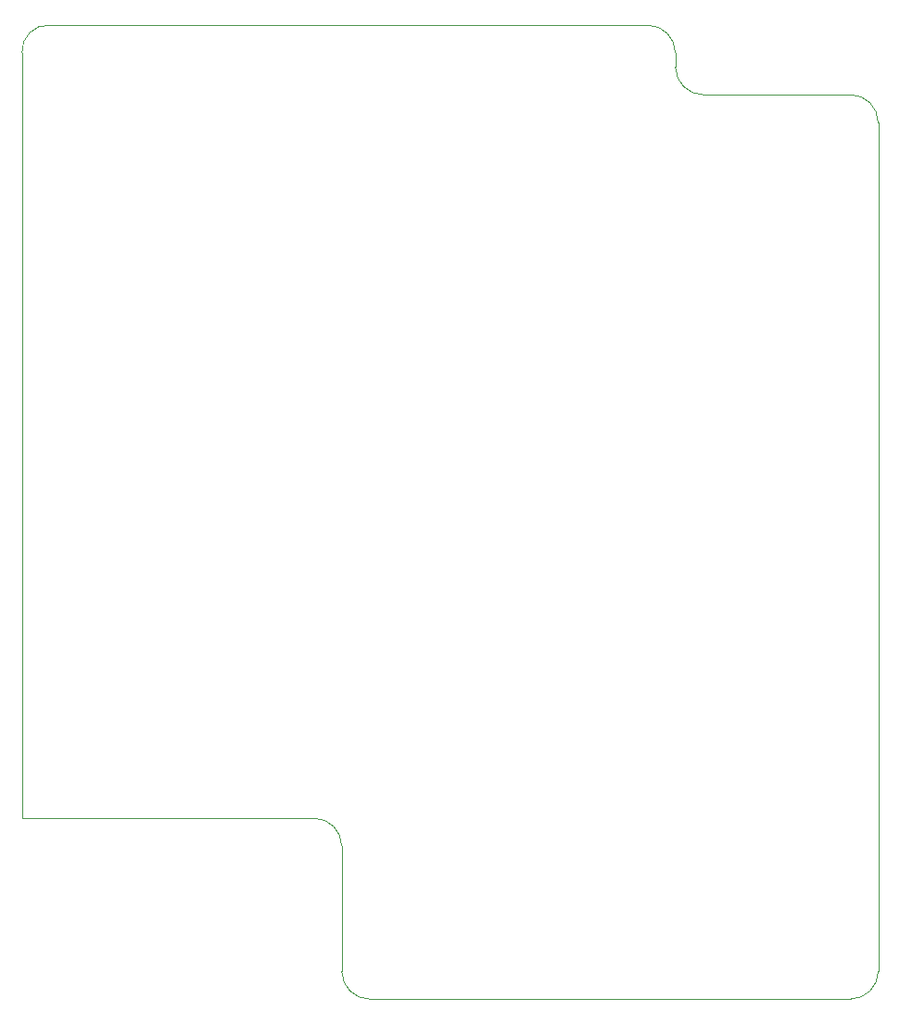
<source format=gbr>
%TF.GenerationSoftware,KiCad,Pcbnew,(6.0.7)*%
%TF.CreationDate,2022-10-09T19:07:04-07:00*%
%TF.ProjectId,PicoBOB,5069636f-424f-4422-9e6b-696361645f70,rev?*%
%TF.SameCoordinates,Original*%
%TF.FileFunction,Profile,NP*%
%FSLAX46Y46*%
G04 Gerber Fmt 4.6, Leading zero omitted, Abs format (unit mm)*
G04 Created by KiCad (PCBNEW (6.0.7)) date 2022-10-09 19:07:04*
%MOMM*%
%LPD*%
G01*
G04 APERTURE LIST*
%TA.AperFunction,Profile*%
%ADD10C,0.100000*%
%TD*%
G04 APERTURE END LIST*
D10*
X113030000Y-100330000D02*
G75*
G03*
X110490000Y-97790000I-2540000J0D01*
G01*
X82550000Y-184150000D02*
X82550000Y-172720000D01*
X113030000Y-100330000D02*
X113030000Y-101600000D01*
X82550000Y-184150000D02*
G75*
G03*
X85090000Y-186690000I2540000J0D01*
G01*
X129013949Y-104140000D02*
X115570000Y-104140000D01*
X131553949Y-106680000D02*
X131553949Y-184150000D01*
X129013949Y-186690000D02*
X85090000Y-186690000D01*
X53340000Y-170180000D02*
X53340000Y-100330000D01*
X113030000Y-101600000D02*
G75*
G03*
X115570000Y-104140000I2540000J0D01*
G01*
X129013949Y-186690049D02*
G75*
G03*
X131553949Y-184150000I-49J2540049D01*
G01*
X55880000Y-97790000D02*
X110490000Y-97790000D01*
X55880000Y-97790000D02*
G75*
G03*
X53340000Y-100330000I-163300J-2376700D01*
G01*
X82550000Y-172720000D02*
G75*
G03*
X80010000Y-170180000I-2540000J0D01*
G01*
X131553900Y-106680000D02*
G75*
G03*
X129013949Y-104140000I-2540000J0D01*
G01*
X80010000Y-170180000D02*
X53340000Y-170180000D01*
M02*

</source>
